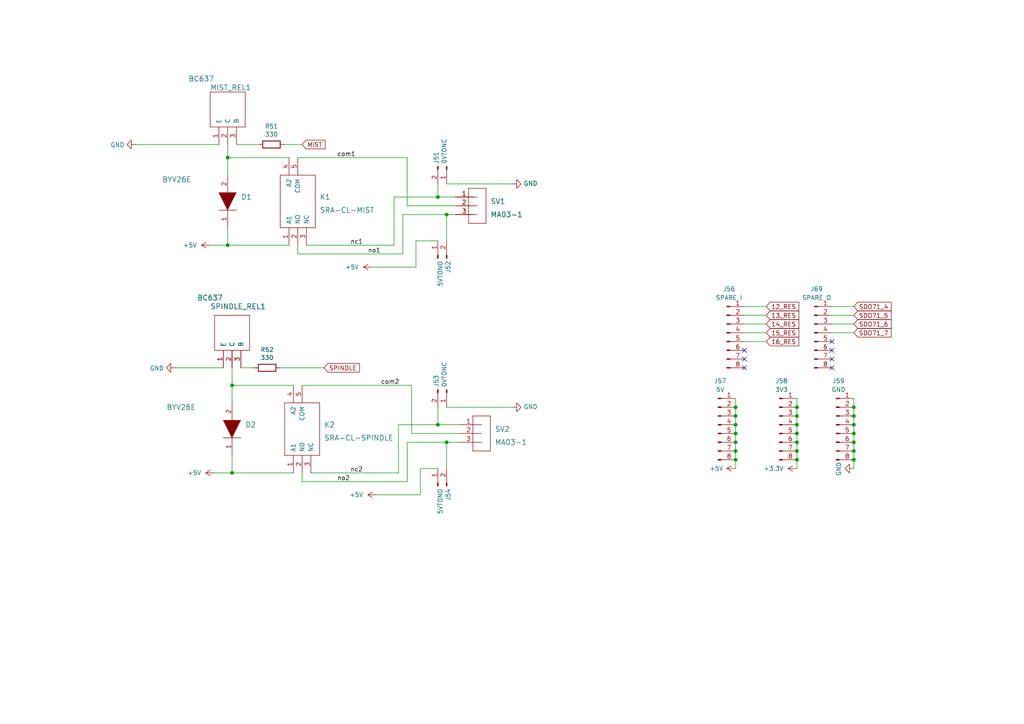
<source format=kicad_sch>
(kicad_sch (version 20211123) (generator eeschema)
  (paper "A4")
  (lib_symbols
    (symbol "Connector:Conn_01x02_Male" (pin_names (offset 1.016) hide)
      (property "Reference" "J" (at 0 2.54 0))
      (property "Value" "Conn_01x02_Male" (at 0 -5.08 0))
      (symbol "Conn_01x02_Male_1_1"
        (polyline (pts (xy 1.27 -2.54) (xy 0.8636 -2.54)) (stroke (width 0.1524)))
        (polyline (pts (xy 1.27 0) (xy 0.8636 0)) (stroke (width 0.1524)))
        (rectangle (start 0.8636 -2.413) (end 0 -2.667) (stroke (width 0.1524)) (fill (type outline)))
        (rectangle (start 0.8636 0.127) (end 0 -0.127) (stroke (width 0.1524)) (fill (type outline)))
        (pin passive line (at 5.08 0 180) (length 3.81) (name "Pin_1") (number "1"))
        (pin passive line (at 5.08 -2.54 180) (length 3.81) (name "Pin_2") (number "2"))
      )
    )
    (symbol "Connector:Conn_01x08_Male" (pin_names (offset 1.016) hide)
      (property "Reference" "J" (at 0 10.16 0))
      (property "Value" "Conn_01x08_Male" (at 0 -12.7 0))
      (symbol "Conn_01x08_Male_1_1"
        (polyline (pts (xy 1.27 -10.16) (xy 0.8636 -10.16)) (stroke (width 0.1524)))
        (polyline (pts (xy 1.27 -7.62) (xy 0.8636 -7.62)) (stroke (width 0.1524)))
        (polyline (pts (xy 1.27 -5.08) (xy 0.8636 -5.08)) (stroke (width 0.1524)))
        (polyline (pts (xy 1.27 -2.54) (xy 0.8636 -2.54)) (stroke (width 0.1524)))
        (polyline (pts (xy 1.27 0) (xy 0.8636 0)) (stroke (width 0.1524)))
        (polyline (pts (xy 1.27 2.54) (xy 0.8636 2.54)) (stroke (width 0.1524)))
        (polyline (pts (xy 1.27 5.08) (xy 0.8636 5.08)) (stroke (width 0.1524)))
        (polyline (pts (xy 1.27 7.62) (xy 0.8636 7.62)) (stroke (width 0.1524)))
        (rectangle (start 0.8636 -10.033) (end 0 -10.287) (stroke (width 0.1524)) (fill (type outline)))
        (rectangle (start 0.8636 -7.493) (end 0 -7.747) (stroke (width 0.1524)) (fill (type outline)))
        (rectangle (start 0.8636 -4.953) (end 0 -5.207) (stroke (width 0.1524)) (fill (type outline)))
        (rectangle (start 0.8636 -2.413) (end 0 -2.667) (stroke (width 0.1524)) (fill (type outline)))
        (rectangle (start 0.8636 0.127) (end 0 -0.127) (stroke (width 0.1524)) (fill (type outline)))
        (rectangle (start 0.8636 2.667) (end 0 2.413) (stroke (width 0.1524)) (fill (type outline)))
        (rectangle (start 0.8636 5.207) (end 0 4.953) (stroke (width 0.1524)) (fill (type outline)))
        (rectangle (start 0.8636 7.747) (end 0 7.493) (stroke (width 0.1524)) (fill (type outline)))
        (pin passive line (at 5.08 7.62 180) (length 3.81) (name "Pin_1") (number "1"))
        (pin passive line (at 5.08 5.08 180) (length 3.81) (name "Pin_2") (number "2"))
        (pin passive line (at 5.08 2.54 180) (length 3.81) (name "Pin_3") (number "3"))
        (pin passive line (at 5.08 0 180) (length 3.81) (name "Pin_4") (number "4"))
        (pin passive line (at 5.08 -2.54 180) (length 3.81) (name "Pin_5") (number "5"))
        (pin passive line (at 5.08 -5.08 180) (length 3.81) (name "Pin_6") (number "6"))
        (pin passive line (at 5.08 -7.62 180) (length 3.81) (name "Pin_7") (number "7"))
        (pin passive line (at 5.08 -10.16 180) (length 3.81) (name "Pin_8") (number "8"))
      )
    )
    (symbol "Device:R" (pin_numbers hide) (pin_names (offset 0))
      (property "Reference" "R" (at 2.032 0 90))
      (property "Value" "R" (at 0 0 90))
      (symbol "R_0_1"
        (rectangle (start -1.016 -2.54) (end 1.016 2.54) (stroke (width 0.254)))
      )
      (symbol "R_1_1"
        (pin passive line (at 0 3.81 270) (length 1.27) (name "~") (number "1"))
        (pin passive line (at 0 -3.81 90) (length 1.27) (name "~") (number "2"))
      )
    )
    (symbol "cncBord3-rescue:BC637-slydif_standard" (pin_names (offset 1.016))
      (property "Reference" "U" (at 16.51 7.62 0))
      (property "Value" "BC637-slydif_standard" (at 16.51 5.08 0))
      (symbol "BC637-slydif_standard_1_0"
        (polyline (pts (xy 5.08 2.54) (xy 5.08 -7.62)))
        (polyline (pts (xy 5.08 2.54) (xy 15.24 2.54)))
        (polyline (pts (xy 15.24 -7.62) (xy 5.08 -7.62)))
        (polyline (pts (xy 15.24 -7.62) (xy 15.24 2.54)))
        (pin bidirectional line (at 0 0 0) (length 5.08) (name "E") (number "1"))
        (pin bidirectional line (at 0 -2.54 0) (length 5.08) (name "C") (number "2"))
        (pin bidirectional line (at 0 -5.08 0) (length 5.08) (name "B") (number "3"))
      )
    )
    (symbol "cncBord3-rescue:BYV26E-slydif_standard" (pin_names (offset 1.016))
      (property "Reference" "D" (at 11.43 5.08 0))
      (property "Value" "BYV26E-slydif_standard" (at 11.43 2.54 0))
      (symbol "BYV26E-slydif_standard_1_0"
        (polyline (pts (xy 5.08 2.54) (xy 5.08 -2.54)))
        (polyline (pts (xy 5.08 0) (xy 10.16 2.54) (xy 10.16 -2.54)) (fill (type outline)))
        (pin bidirectional line (at 0 0 0) (length 5.08) (name "K") (number "1"))
        (pin bidirectional line (at 15.24 0 180) (length 5.08) (name "A") (number "2"))
      )
    )
    (symbol "cncBord3-rescue:MA03-1-slydif_standard" (pin_names (offset 1.016))
      (property "Reference" "SV" (at -1.27 5.842 0))
      (property "Value" "MA03-1-slydif_standard" (at -1.27 -7.62 0))
      (symbol "MA03-1-slydif_standard_1_0"
        (polyline (pts (xy -1.27 5.08) (xy -1.27 -5.08)))
        (polyline (pts (xy -1.27 5.08) (xy 3.81 5.08)))
        (polyline (pts (xy 1.27 -2.54) (xy 2.54 -2.54)))
        (polyline (pts (xy 1.27 0) (xy 2.54 0)))
        (polyline (pts (xy 1.27 2.54) (xy 2.54 2.54)))
        (polyline (pts (xy 3.81 -5.08) (xy -1.27 -5.08)))
        (polyline (pts (xy 3.81 -5.08) (xy 3.81 5.08)))
        (pin passive line (at 7.62 -2.54 180) (length 5.08) (name "1") (number "1"))
        (pin passive line (at 7.62 0 180) (length 5.08) (name "2") (number "2"))
        (pin passive line (at 7.62 2.54 180) (length 5.08) (name "3") (number "3"))
      )
    )
    (symbol "cncBord3-rescue:SRA-12VDC-CL-slydif_standard" (pin_names (offset 1.016))
      (property "Reference" "K" (at 2.54 3.81 0))
      (property "Value" "SRA-12VDC-CL-slydif_standard" (at 13.97 3.81 0))
      (symbol "SRA-12VDC-CL-slydif_standard_1_0"
        (polyline (pts (xy 5.08 2.54) (xy 5.08 -7.62)))
        (polyline (pts (xy 5.08 2.54) (xy 20.32 2.54)))
        (polyline (pts (xy 20.32 -7.62) (xy 5.08 -7.62)))
        (polyline (pts (xy 20.32 -7.62) (xy 20.32 2.54)))
        (pin bidirectional line (at 0 0 0) (length 5.08) (name "A1") (number "1"))
        (pin bidirectional line (at 0 -2.54 0) (length 5.08) (name "NO") (number "2"))
        (pin bidirectional line (at 0 -5.08 0) (length 5.08) (name "NC") (number "3"))
        (pin bidirectional line (at 25.4 0 180) (length 5.08) (name "A2") (number "4"))
        (pin bidirectional line (at 25.4 -2.54 180) (length 5.08) (name "COM") (number "5"))
      )
    )
    (symbol "power:+3.3V" (power) (pin_names (offset 0))
      (property "Value" "+3.3V" (at 0 3.556 0))
      (symbol "+3.3V_0_1"
        (polyline (pts (xy -0.762 1.27) (xy 0 2.54)))
        (polyline (pts (xy 0 0) (xy 0 2.54)))
        (polyline (pts (xy 0 2.54) (xy 0.762 1.27)))
      )
      (symbol "+3.3V_1_1"
        (pin power_in line (at 0 0 90) (length 0) hide (name "+3.3V") (number "1"))
      )
    )
    (symbol "power:+5V" (power) (pin_names (offset 0))
      (property "Value" "+5V" (at 0 3.556 0))
      (symbol "+5V_0_1"
        (polyline (pts (xy -0.762 1.27) (xy 0 2.54)))
        (polyline (pts (xy 0 0) (xy 0 2.54)))
        (polyline (pts (xy 0 2.54) (xy 0.762 1.27)))
      )
      (symbol "+5V_1_1"
        (pin power_in line (at 0 0 90) (length 0) hide (name "+5V") (number "1"))
      )
    )
    (symbol "power:GND" (power) (pin_names (offset 0))
      (property "Value" "GND" (at 0 -3.81 0))
      (symbol "GND_0_1"
        (polyline (pts (xy 0 0) (xy 0 -1.27) (xy 1.27 -1.27) (xy 0 -2.54) (xy -1.27 -1.27) (xy 0 -1.27)))
      )
      (symbol "GND_1_1"
        (pin power_in line (at 0 0 270) (length 0) hide (name "GND") (number "1"))
      )
    )
  )
  (junction (at 66.04 71.12))
  (junction (at 127 57.15))
  (junction (at 247.65 128.27))
  (junction (at 213.36 128.27))
  (junction (at 213.36 125.73))
  (junction (at 247.65 130.81))
  (junction (at 213.36 130.81))
  (junction (at 231.14 128.27))
  (junction (at 247.65 123.19))
  (junction (at 213.36 123.19))
  (junction (at 247.65 125.73))
  (junction (at 67.31 137.16))
  (junction (at 67.31 111.76))
  (junction (at 231.14 118.11))
  (junction (at 247.65 133.35))
  (junction (at 127 123.19))
  (junction (at 129.54 62.23))
  (junction (at 66.04 45.72))
  (junction (at 247.65 120.65))
  (junction (at 231.14 130.81))
  (junction (at 231.14 125.73))
  (junction (at 129.54 128.27))
  (junction (at 231.14 123.19))
  (junction (at 231.14 120.65))
  (junction (at 213.36 118.11))
  (junction (at 231.14 133.35))
  (junction (at 213.36 120.65))
  (junction (at 213.36 133.35))
  (junction (at 247.65 118.11))
  (no_connect (at 241.3 106.68))
  (no_connect (at 241.3 101.6))
  (no_connect (at 241.3 99.06))
  (no_connect (at 215.9 106.68))
  (no_connect (at 215.9 104.14))
  (no_connect (at 241.3 104.14))
  (no_connect (at 215.9 101.6))
  (wire (pts (xy 231.14 123.19) (xy 231.14 125.73)))
  (wire (pts (xy 86.36 71.12) (xy 86.36 73.66)))
  (wire (pts (xy 247.65 118.11) (xy 247.65 120.65)))
  (wire (pts (xy 86.36 45.72) (xy 118.11 45.72)))
  (wire (pts (xy 66.04 50.8) (xy 66.04 45.72)))
  (wire (pts (xy 127 118.11) (xy 127 123.19)))
  (wire (pts (xy 118.11 139.7) (xy 118.11 128.27)))
  (wire (pts (xy 129.54 128.27) (xy 133.35 128.27)))
  (wire (pts (xy 118.11 59.69) (xy 118.11 45.72)))
  (wire (pts (xy 231.14 128.27) (xy 231.14 130.81)))
  (wire (pts (xy 119.38 125.73) (xy 119.38 111.76)))
  (wire (pts (xy 241.3 88.9) (xy 247.65 88.9)))
  (wire (pts (xy 129.54 118.11) (xy 148.59 118.11)))
  (wire (pts (xy 215.9 93.98) (xy 222.25 93.98)))
  (wire (pts (xy 231.14 118.11) (xy 231.14 120.65)))
  (wire (pts (xy 118.11 128.27) (xy 129.54 128.27)))
  (wire (pts (xy 129.54 53.34) (xy 148.59 53.34)))
  (wire (pts (xy 231.14 133.35) (xy 231.14 135.89)))
  (wire (pts (xy 129.54 69.85) (xy 129.54 62.23)))
  (wire (pts (xy 241.3 91.44) (xy 247.65 91.44)))
  (wire (pts (xy 82.55 41.91) (xy 87.63 41.91)))
  (wire (pts (xy 247.65 125.73) (xy 247.65 128.27)))
  (wire (pts (xy 116.84 62.23) (xy 129.54 62.23)))
  (wire (pts (xy 67.31 116.84) (xy 67.31 111.76)))
  (wire (pts (xy 114.3 57.15) (xy 127 57.15)))
  (wire (pts (xy 107.95 77.47) (xy 120.65 77.47)))
  (wire (pts (xy 114.3 71.12) (xy 114.3 57.15)))
  (wire (pts (xy 87.63 137.16) (xy 87.63 139.7)))
  (wire (pts (xy 231.14 125.73) (xy 231.14 128.27)))
  (wire (pts (xy 127 53.34) (xy 127 57.15)))
  (wire (pts (xy 247.65 123.19) (xy 247.65 125.73)))
  (wire (pts (xy 215.9 99.06) (xy 222.25 99.06)))
  (wire (pts (xy 241.3 93.98) (xy 247.65 93.98)))
  (wire (pts (xy 127 123.19) (xy 133.35 123.19)))
  (wire (pts (xy 83.82 45.72) (xy 66.04 45.72)))
  (wire (pts (xy 213.36 125.73) (xy 213.36 128.27)))
  (wire (pts (xy 241.3 96.52) (xy 247.65 96.52)))
  (wire (pts (xy 66.04 41.91) (xy 66.04 45.72)))
  (wire (pts (xy 247.65 128.27) (xy 247.65 130.81)))
  (wire (pts (xy 213.36 120.65) (xy 213.36 123.19)))
  (wire (pts (xy 67.31 132.08) (xy 67.31 137.16)))
  (wire (pts (xy 60.96 71.12) (xy 66.04 71.12)))
  (wire (pts (xy 50.8 106.68) (xy 64.77 106.68)))
  (wire (pts (xy 213.36 115.57) (xy 213.36 118.11)))
  (wire (pts (xy 119.38 125.73) (xy 133.35 125.73)))
  (wire (pts (xy 115.57 137.16) (xy 115.57 123.19)))
  (wire (pts (xy 118.11 59.69) (xy 132.08 59.69)))
  (wire (pts (xy 213.36 118.11) (xy 213.36 120.65)))
  (wire (pts (xy 231.14 120.65) (xy 231.14 123.19)))
  (wire (pts (xy 73.66 106.68) (xy 69.85 106.68)))
  (wire (pts (xy 81.28 106.68) (xy 93.98 106.68)))
  (wire (pts (xy 213.36 128.27) (xy 213.36 130.81)))
  (wire (pts (xy 247.65 130.81) (xy 247.65 133.35)))
  (wire (pts (xy 247.65 115.57) (xy 247.65 118.11)))
  (wire (pts (xy 127 57.15) (xy 132.08 57.15)))
  (wire (pts (xy 85.09 111.76) (xy 67.31 111.76)))
  (wire (pts (xy 90.17 137.16) (xy 115.57 137.16)))
  (wire (pts (xy 120.65 77.47) (xy 120.65 69.85)))
  (wire (pts (xy 115.57 123.19) (xy 127 123.19)))
  (wire (pts (xy 87.63 111.76) (xy 119.38 111.76)))
  (wire (pts (xy 213.36 130.81) (xy 213.36 133.35)))
  (wire (pts (xy 231.14 130.81) (xy 231.14 133.35)))
  (wire (pts (xy 39.37 41.91) (xy 63.5 41.91)))
  (wire (pts (xy 86.36 73.66) (xy 116.84 73.66)))
  (wire (pts (xy 66.04 71.12) (xy 83.82 71.12)))
  (wire (pts (xy 129.54 62.23) (xy 132.08 62.23)))
  (wire (pts (xy 109.22 143.51) (xy 121.92 143.51)))
  (wire (pts (xy 215.9 96.52) (xy 222.25 96.52)))
  (wire (pts (xy 66.04 66.04) (xy 66.04 71.12)))
  (wire (pts (xy 120.65 69.85) (xy 127 69.85)))
  (wire (pts (xy 247.65 120.65) (xy 247.65 123.19)))
  (wire (pts (xy 74.93 41.91) (xy 68.58 41.91)))
  (wire (pts (xy 121.92 143.51) (xy 121.92 135.89)))
  (wire (pts (xy 213.36 135.89) (xy 213.36 133.35)))
  (wire (pts (xy 88.9 71.12) (xy 114.3 71.12)))
  (wire (pts (xy 62.23 137.16) (xy 67.31 137.16)))
  (wire (pts (xy 215.9 88.9) (xy 222.25 88.9)))
  (wire (pts (xy 87.63 139.7) (xy 118.11 139.7)))
  (wire (pts (xy 213.36 123.19) (xy 213.36 125.73)))
  (wire (pts (xy 215.9 91.44) (xy 222.25 91.44)))
  (wire (pts (xy 116.84 73.66) (xy 116.84 62.23)))
  (wire (pts (xy 67.31 111.76) (xy 67.31 106.68)))
  (wire (pts (xy 129.54 135.89) (xy 129.54 128.27)))
  (wire (pts (xy 231.14 115.57) (xy 231.14 118.11)))
  (wire (pts (xy 121.92 135.89) (xy 127 135.89)))
  (wire (pts (xy 67.31 137.16) (xy 85.09 137.16)))
  (wire (pts (xy 247.65 133.35) (xy 247.65 135.89)))
  (label "nc2" (at 101.6 137.16 0))
  (label "com2" (at 110.49 111.76 0))
  (label "no2" (at 97.79 139.7 0))
  (label "no1" (at 106.68 73.66 0))
  (label "com1" (at 97.79 45.72 0))
  (label "nc1" (at 101.6 71.12 0))
  (global_label "13_RES" (shape input) (at 222.25 91.44 0) (property "Intersheet References" "${INTERSHEET_REFS}" (effects hide)))
  (global_label "SPINDLE" (shape input) (at 93.98 106.68 0) (property "Intersheet References" "${INTERSHEET_REFS}" (effects hide)))
  (global_label "SDO71_7" (shape input) (at 247.65 96.52 0) (property "Intersheet References" "${INTERSHEET_REFS}" (effects hide)))
  (global_label "16_RES" (shape input) (at 222.25 99.06 0) (property "Intersheet References" "${INTERSHEET_REFS}" (effects hide)))
  (global_label "SDO71_6" (shape input) (at 247.65 93.98 0) (property "Intersheet References" "${INTERSHEET_REFS}" (effects hide)))
  (global_label "12_RES" (shape input) (at 222.25 88.9 0) (property "Intersheet References" "${INTERSHEET_REFS}" (effects hide)))
  (global_label "MIST" (shape input) (at 87.63 41.91 0) (property "Intersheet References" "${INTERSHEET_REFS}" (effects hide)))
  (global_label "15_RES" (shape input) (at 222.25 96.52 0) (property "Intersheet References" "${INTERSHEET_REFS}" (effects hide)))
  (global_label "14_RES" (shape input) (at 222.25 93.98 0) (property "Intersheet References" "${INTERSHEET_REFS}" (effects hide)))
  (global_label "SDO71_5" (shape input) (at 247.65 91.44 0) (property "Intersheet References" "${INTERSHEET_REFS}" (effects hide)))
  (global_label "SDO71_4" (shape input) (at 247.65 88.9 0) (property "Intersheet References" "${INTERSHEET_REFS}" (effects hide)))
  (symbol (lib_id "power:GND") (at 39.37 41.91 270) (unit 1)
    (property "Reference" "#PWR0164" (effects hide))
    (property "Value" "GND" (at 36.1188 42.037 90) (effects (justify right)))
  )
  (symbol (lib_id "power:GND") (at 50.8 106.68 270) (unit 1)
    (property "Reference" "#PWR0166" (effects hide))
    (property "Value" "GND" (at 47.5488 106.807 90) (effects (justify right)))
  )
  (symbol (lib_id "Connector:Conn_01x02_Male") (at 129.54 48.26 270) (unit 1)
    (property "Reference" "J51" (at 126.5428 47.5488 0) (effects (justify right)))
    (property "Value" "0VTONC" (at 128.8542 47.5488 0) (effects (justify right)))
    (property "Footprint" "Connector_PinHeader_2.54mm:PinHeader_1x02_P2.54mm_Vertical" (effects hide))
  )
  (symbol (lib_id "Connector:Conn_01x02_Male") (at 127 74.93 90) (unit 1)
    (property "Reference" "J52" (at 129.9972 75.6412 0) (effects (justify right)))
    (property "Value" "5VTONO" (at 127.6858 75.6412 0) (effects (justify right)))
    (property "Footprint" "Connector_PinHeader_2.54mm:PinHeader_1x02_P2.54mm_Vertical" (effects hide))
  )
  (symbol (lib_id "Connector:Conn_01x02_Male") (at 129.54 113.03 270) (unit 1)
    (property "Reference" "J53" (at 126.5428 112.3188 0) (effects (justify right)))
    (property "Value" "0VTONC" (at 128.8542 112.3188 0) (effects (justify right)))
    (property "Footprint" "Connector_PinHeader_2.54mm:PinHeader_1x02_P2.54mm_Vertical" (effects hide))
  )
  (symbol (lib_id "Connector:Conn_01x02_Male") (at 127 140.97 90) (unit 1)
    (property "Reference" "J54" (at 129.9972 141.6812 0) (effects (justify right)))
    (property "Value" "5VTONO" (at 127.6858 141.6812 0) (effects (justify right)))
    (property "Footprint" "Connector_PinHeader_2.54mm:PinHeader_1x02_P2.54mm_Vertical" (effects hide))
  )
  (symbol (lib_id "power:GND") (at 148.59 53.34 90) (unit 1)
    (property "Reference" "#PWR0168" (effects hide))
    (property "Value" "GND" (at 151.8412 53.213 90) (effects (justify right)))
  )
  (symbol (lib_id "power:GND") (at 148.59 118.11 90) (unit 1)
    (property "Reference" "#PWR0171" (effects hide))
    (property "Value" "GND" (at 151.8412 117.983 90) (effects (justify right)))
  )
  (symbol (lib_id "Device:R") (at 78.74 41.91 270) (unit 1)
    (property "Reference" "R51" (at 78.74 36.6522 90))
    (property "Value" "330" (at 78.74 38.9636 90))
    (property "Footprint" "Resistor_SMD:R_1210_3225Metric_Pad1.30x2.65mm_HandSolder" (effects hide))
  )
  (symbol (lib_id "Device:R") (at 77.47 106.68 270) (unit 1)
    (property "Reference" "R52" (at 77.47 101.4222 90))
    (property "Value" "330" (at 77.47 103.7336 90))
    (property "Footprint" "Resistor_SMD:R_1210_3225Metric_Pad1.30x2.65mm_HandSolder" (effects hide))
  )
  (symbol (lib_id "power:+3.3V") (at 231.14 135.89 90) (unit 1)
    (property "Reference" "#PWR0151" (effects hide))
    (property "Value" "+3.3V" (at 227.33 135.8899 90) (effects (justify left)))
  )
  (symbol (lib_id "cncBord3-rescue:BYV26E-slydif_standard") (at 66.04 66.04 90) (unit 1)
    (property "Reference" "D1" (at 69.85 57.1499 90) (effects (font (size 1.4986 1.4986)) (justify right)))
    (property "Value" "BYV26E" (at 46.99 52.07 90) (effects (font (size 1.4986 1.4986)) (justify right)))
    (property "Footprint" "Diode_THT:D_A-405_P7.62mm_Horizontal" (effects hide))
  )
  (symbol (lib_id "cncBord3-rescue:SRA-12VDC-CL-slydif_standard") (at 83.82 71.12 90) (unit 1)
    (property "Reference" "K1" (at 92.71 57.1499 90) (effects (font (size 1.4986 1.4986)) (justify right)))
    (property "Value" "SRA-CL-MIST" (at 92.71 60.9599 90) (effects (font (size 1.4986 1.4986)) (justify right)))
    (property "Footprint" "extra kicad footprints:SRA12VDCCL" (effects hide))
  )
  (symbol (lib_id "cncBord3-rescue:MA03-1-slydif_standard") (at 140.97 125.73 180) (unit 1)
    (property "Reference" "SV2" (at 143.51 124.4599 0) (effects (font (size 1.4986 1.4986)) (justify right)))
    (property "Value" "MA03-1" (at 143.51 128.2699 0) (effects (font (size 1.4986 1.4986)) (justify right)))
    (property "Footprint" "Connector_Phoenix_MC_HighVoltage:PhoenixContact_MCV_1,5_3-G-5.08_1x03_P5.08mm_Vertical" (effects hide))
  )
  (symbol (lib_id "cncBord3-rescue:MA03-1-slydif_standard") (at 139.7 59.69 180) (unit 1)
    (property "Reference" "SV1" (at 142.24 58.4199 0) (effects (font (size 1.4986 1.4986)) (justify right)))
    (property "Value" "MA03-1" (at 142.24 62.2299 0) (effects (font (size 1.4986 1.4986)) (justify right)))
    (property "Footprint" "Connector_Phoenix_MC_HighVoltage:PhoenixContact_MCV_1,5_3-G-5.08_1x03_P5.08mm_Vertical" (effects hide))
  )
  (symbol (lib_id "power:+5V") (at 107.95 77.47 90) (unit 1)
    (property "Reference" "#PWR0148" (effects hide))
    (property "Value" "+5V" (at 104.14 77.4699 90) (effects (justify left)))
  )
  (symbol (lib_id "cncBord3-rescue:BYV26E-slydif_standard") (at 67.31 132.08 90) (unit 1)
    (property "Reference" "D2" (at 71.12 123.1899 90) (effects (font (size 1.4986 1.4986)) (justify right)))
    (property "Value" "BYV26E" (at 48.26 118.11 90) (effects (font (size 1.4986 1.4986)) (justify right)))
    (property "Footprint" "Diode_THT:D_A-405_P7.62mm_Horizontal" (effects hide))
  )
  (symbol (lib_id "Connector:Conn_01x08_Male") (at 226.06 123.19 0) (unit 1)
    (property "Reference" "J58" (at 226.695 110.49 0))
    (property "Value" "3V3" (at 226.695 113.03 0))
    (property "Footprint" "Connector_PinHeader_2.54mm:PinHeader_1x08_P2.54mm_Vertical" (effects hide))
  )
  (symbol (lib_id "power:+5V") (at 60.96 71.12 90) (unit 1)
    (property "Reference" "#PWR0147" (effects hide))
    (property "Value" "+5V" (at 57.15 71.1199 90) (effects (justify left)))
  )
  (symbol (lib_id "power:GND") (at 247.65 135.89 270) (unit 1)
    (property "Reference" "#PWR0156" (effects hide))
    (property "Value" "GND" (at 243.2558 136.017 0))
  )
  (symbol (lib_id "Connector:Conn_01x08_Male") (at 210.82 96.52 0) (unit 1)
    (property "Reference" "J56" (at 211.455 83.82 0))
    (property "Value" "SPARE I" (at 211.455 86.36 0))
    (property "Footprint" "Connector_PinHeader_2.54mm:PinHeader_1x08_P2.54mm_Vertical" (effects hide))
  )
  (symbol (lib_id "cncBord3-rescue:SRA-12VDC-CL-slydif_standard") (at 85.09 137.16 90) (unit 1)
    (property "Reference" "K2" (at 93.98 123.1899 90) (effects (font (size 1.4986 1.4986)) (justify right)))
    (property "Value" "SRA-CL-SPINDLE" (at 93.98 126.9999 90) (effects (font (size 1.4986 1.4986)) (justify right)))
    (property "Footprint" "extra kicad footprints:SRA12VDCCL" (effects hide))
  )
  (symbol (lib_id "Connector:Conn_01x08_Male") (at 242.57 123.19 0) (unit 1)
    (property "Reference" "J59" (at 243.205 110.49 0))
    (property "Value" "GND" (at 243.205 113.03 0))
    (property "Footprint" "Connector_PinHeader_2.54mm:PinHeader_1x08_P2.54mm_Vertical" (effects hide))
  )
  (symbol (lib_id "power:+5V") (at 213.36 135.89 90) (unit 1)
    (property "Reference" "#PWR0150" (effects hide))
    (property "Value" "+5V" (at 205.74 135.89 90) (effects (justify right)))
  )
  (symbol (lib_id "cncBord3-rescue:BC637-slydif_standard") (at 64.77 106.68 90) (unit 1)
    (property "Reference" "SPINDLE_REL1" (at 60.96 88.9 90) (effects (font (size 1.4986 1.4986)) (justify right)))
    (property "Value" "BC637" (at 57.15 86.36 90) (effects (font (size 1.4986 1.4986)) (justify right)))
    (property "Footprint" "Package_TO_SOT_THT:TO-92_HandSolder" (effects hide))
  )
  (symbol (lib_id "cncBord3-rescue:BC637-slydif_standard") (at 63.5 41.91 90) (unit 1)
    (property "Reference" "MIST_REL1" (at 60.96 25.4 90) (effects (font (size 1.4986 1.4986)) (justify right)))
    (property "Value" "BC637" (at 54.61 22.86 90) (effects (font (size 1.4986 1.4986)) (justify right)))
    (property "Footprint" "Package_TO_SOT_THT:TO-92_HandSolder" (effects hide))
  )
  (symbol (lib_id "Connector:Conn_01x08_Male") (at 208.28 123.19 0) (unit 1)
    (property "Reference" "J57" (at 208.915 110.49 0))
    (property "Value" "5V" (at 208.915 113.03 0))
    (property "Footprint" "Connector_PinHeader_2.54mm:PinHeader_1x08_P2.54mm_Vertical" (effects hide))
  )
  (symbol (lib_id "power:+5V") (at 62.23 137.16 90) (unit 1)
    (property "Reference" "#PWR0144" (effects hide))
    (property "Value" "+5V" (at 58.42 137.1599 90) (effects (justify left)))
  )
  (symbol (lib_id "Connector:Conn_01x08_Male") (at 236.22 96.52 0) (unit 1)
    (property "Reference" "J69" (at 236.855 83.82 0))
    (property "Value" "SPARE O" (at 236.855 86.36 0))
    (property "Footprint" "Connector_PinHeader_2.54mm:PinHeader_1x08_P2.54mm_Vertical" (effects hide))
  )
  (symbol (lib_id "power:+5V") (at 109.22 143.51 90) (unit 1)
    (property "Reference" "#PWR0149" (effects hide))
    (property "Value" "+5V" (at 105.41 143.5099 90) (effects (justify left)))
  )
)
</source>
